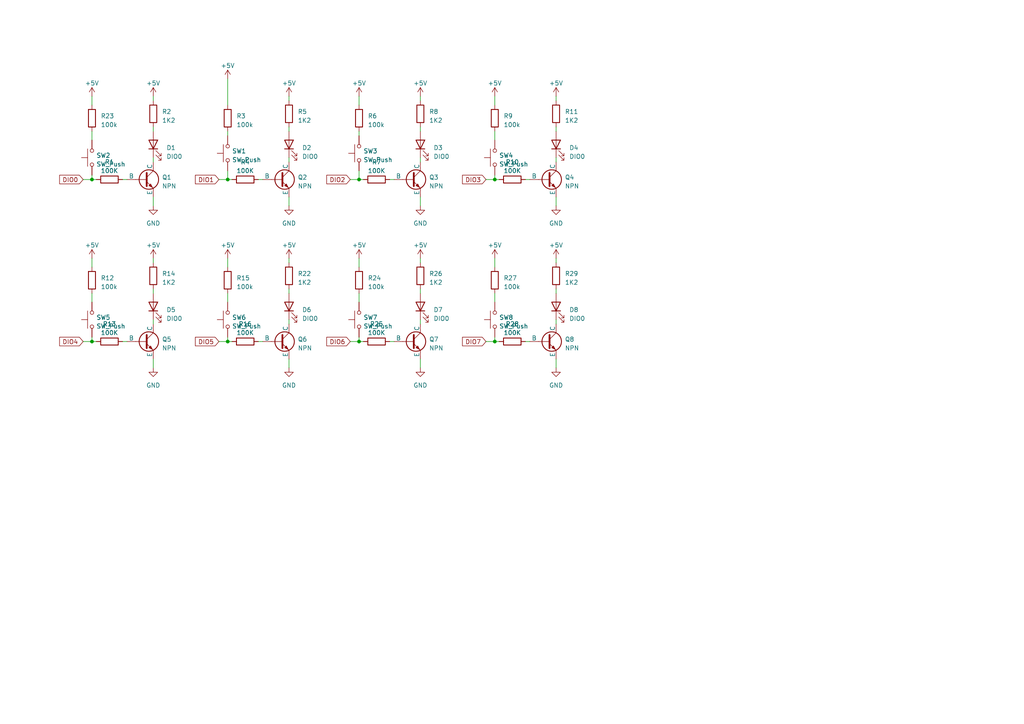
<source format=kicad_sch>
(kicad_sch (version 20231120) (generator "eeschema") (generator_version "8.0")
  (paper "A4")
  (lib_symbols
    (symbol "Device:LED" (pin_numbers hide) (pin_names (offset 1.016) hide)
      (property "Reference" "D" (at 0 2.54 0))
      (property "Value" "LED" (at 0 -2.54 0))
      (symbol "LED_0_1"
        (polyline (pts (xy -1.27 -1.27) (xy -1.27 1.27)) (stroke (width 0.254)))
        (polyline (pts (xy -1.27 0) (xy 1.27 0)))
        (polyline (pts (xy 1.27 -1.27) (xy 1.27 1.27) (xy -1.27 0) (xy 1.27 -1.27)) (stroke (width 0.254)))
        (polyline (pts (xy -3.048 -0.762) (xy -4.572 -2.286) (xy -3.81 -2.286) (xy -4.572 -2.286) (xy -4.572 -1.524)))
        (polyline (pts (xy -1.778 -0.762) (xy -3.302 -2.286) (xy -2.54 -2.286) (xy -3.302 -2.286) (xy -3.302 -1.524)))
      )
      (symbol "LED_1_1"
        (pin passive line (at -3.81 0 0) (length 2.54) (name "K") (number "1"))
        (pin passive line (at 3.81 0 180) (length 2.54) (name "A") (number "2"))
      )
    )
    (symbol "Device:R" (pin_numbers hide) (pin_names (offset 0))
      (property "Reference" "R" (at 2.032 0 90))
      (property "Value" "R" (at 0 0 90))
      (symbol "R_0_1"
        (rectangle (start -1.016 -2.54) (end 1.016 2.54) (stroke (width 0.254)))
      )
      (symbol "R_1_1"
        (pin passive line (at 0 3.81 270) (length 1.27) (name "~") (number "1"))
        (pin passive line (at 0 -3.81 90) (length 1.27) (name "~") (number "2"))
      )
    )
    (symbol "Simulation_SPICE:NPN" (pin_numbers hide) (pin_names (offset 0))
      (property "Reference" "Q" (at -2.54 7.62 0))
      (property "Value" "NPN" (at -2.54 5.08 0))
      (symbol "NPN_0_1"
        (polyline (pts (xy -2.54 0) (xy 0.635 0)) (stroke (width 0.1524)))
        (polyline (pts (xy 0.635 0.635) (xy 2.54 2.54)))
        (polyline (pts (xy 2.794 -1.27) (xy 2.794 -1.27)) (stroke (width 0.1524)))
        (polyline (pts (xy 2.794 -1.27) (xy 2.794 -1.27)) (stroke (width 0.1524)))
        (polyline (pts (xy 0.635 -0.635) (xy 2.54 -2.54) (xy 2.54 -2.54)))
        (polyline (pts (xy 0.635 1.905) (xy 0.635 -1.905) (xy 0.635 -1.905)) (stroke (width 0.508)))
        (polyline (pts (xy 1.27 -1.778) (xy 1.778 -1.27) (xy 2.286 -2.286) (xy 1.27 -1.778) (xy 1.27 -1.778)) (fill (type outline)))
        (circle (center 1.27 0) (radius 2.8194) (stroke (width 0.254)))
      )
      (symbol "NPN_1_1"
        (pin open_collector line (at 2.54 5.08 270) (length 2.54) (name "C") (number "1"))
        (pin input line (at -5.08 0 0) (length 2.54) (name "B") (number "2"))
        (pin open_emitter line (at 2.54 -5.08 90) (length 2.54) (name "E") (number "3"))
      )
    )
    (symbol "Switch:SW_Push" (pin_numbers hide) (pin_names (offset 1.016) hide)
      (property "Reference" "SW" (at 1.27 2.54 0))
      (property "Value" "SW_Push" (at 0 -1.524 0))
      (symbol "SW_Push_0_1"
        (circle (center -2.032 0) (radius 0.508))
        (polyline (pts (xy 0 1.27) (xy 0 3.048)))
        (polyline (pts (xy 2.54 1.27) (xy -2.54 1.27)))
        (circle (center 2.032 0) (radius 0.508))
        (pin passive line (at -5.08 0 0) (length 2.54) (name "1") (number "1"))
        (pin passive line (at 5.08 0 180) (length 2.54) (name "2") (number "2"))
      )
    )
    (symbol "power:+5V" (power) (pin_names (offset 0))
      (property "Value" "+5V" (at 0 3.556 0))
      (symbol "+5V_0_1"
        (polyline (pts (xy -0.762 1.27) (xy 0 2.54)))
        (polyline (pts (xy 0 0) (xy 0 2.54)))
        (polyline (pts (xy 0 2.54) (xy 0.762 1.27)))
      )
      (symbol "+5V_1_1"
        (pin power_in line (at 0 0 90) (length 0) hide (name "+5V") (number "1"))
      )
    )
    (symbol "power:GND" (power) (pin_names (offset 0))
      (property "Value" "GND" (at 0 -3.81 0))
      (symbol "GND_0_1"
        (polyline (pts (xy 0 0) (xy 0 -1.27) (xy 1.27 -1.27) (xy 0 -2.54) (xy -1.27 -1.27) (xy 0 -1.27)))
      )
      (symbol "GND_1_1"
        (pin power_in line (at 0 0 270) (length 0) hide (name "GND") (number "1"))
      )
    )
  )
  (junction (at 26.67 99.06))
  (junction (at 104.14 52.07))
  (junction (at 143.51 99.06))
  (junction (at 143.51 52.07))
  (junction (at 26.67 52.07))
  (junction (at 66.04 52.07))
  (junction (at 104.14 99.06))
  (junction (at 66.04 99.06))
  (wire (pts (xy 83.82 104.14) (xy 83.82 106.68)))
  (wire (pts (xy 66.04 39.37) (xy 66.04 38.1)))
  (wire (pts (xy 44.45 36.83) (xy 44.45 38.1)))
  (wire (pts (xy 161.29 45.72) (xy 161.29 46.99)))
  (wire (pts (xy 44.45 74.93) (xy 44.45 76.2)))
  (wire (pts (xy 24.13 99.06) (xy 26.67 99.06)))
  (wire (pts (xy 24.13 52.07) (xy 26.67 52.07)))
  (wire (pts (xy 74.93 52.07) (xy 76.2 52.07)))
  (wire (pts (xy 26.67 52.07) (xy 27.94 52.07)))
  (wire (pts (xy 161.29 104.14) (xy 161.29 106.68)))
  (wire (pts (xy 152.4 52.07) (xy 153.67 52.07)))
  (wire (pts (xy 104.14 74.93) (xy 104.14 77.47)))
  (wire (pts (xy 44.45 27.94) (xy 44.45 29.21)))
  (wire (pts (xy 161.29 36.83) (xy 161.29 38.1)))
  (wire (pts (xy 104.14 49.53) (xy 104.14 52.07)))
  (wire (pts (xy 161.29 27.94) (xy 161.29 29.21)))
  (wire (pts (xy 121.92 27.94) (xy 121.92 29.21)))
  (wire (pts (xy 161.29 83.82) (xy 161.29 85.09)))
  (wire (pts (xy 63.5 99.06) (xy 66.04 99.06)))
  (wire (pts (xy 66.04 99.06) (xy 67.31 99.06)))
  (wire (pts (xy 104.14 38.1) (xy 104.14 39.37)))
  (wire (pts (xy 83.82 27.94) (xy 83.82 29.21)))
  (wire (pts (xy 104.14 52.07) (xy 105.41 52.07)))
  (wire (pts (xy 26.67 74.93) (xy 26.67 77.47)))
  (wire (pts (xy 143.51 50.8) (xy 143.51 52.07)))
  (wire (pts (xy 83.82 45.72) (xy 83.82 46.99)))
  (wire (pts (xy 121.92 57.15) (xy 121.92 59.69)))
  (wire (pts (xy 66.04 85.09) (xy 66.04 87.63)))
  (wire (pts (xy 104.14 99.06) (xy 105.41 99.06)))
  (wire (pts (xy 121.92 36.83) (xy 121.92 38.1)))
  (wire (pts (xy 35.56 52.07) (xy 36.83 52.07)))
  (wire (pts (xy 26.67 38.1) (xy 26.67 40.64)))
  (wire (pts (xy 140.97 52.07) (xy 143.51 52.07)))
  (wire (pts (xy 140.97 99.06) (xy 143.51 99.06)))
  (wire (pts (xy 143.51 38.1) (xy 143.51 40.64)))
  (wire (pts (xy 83.82 92.71) (xy 83.82 93.98)))
  (wire (pts (xy 104.14 85.09) (xy 104.14 87.63)))
  (wire (pts (xy 66.04 22.86) (xy 66.04 30.48)))
  (wire (pts (xy 83.82 36.83) (xy 83.82 38.1)))
  (wire (pts (xy 83.82 57.15) (xy 83.82 59.69)))
  (wire (pts (xy 152.4 99.06) (xy 153.67 99.06)))
  (wire (pts (xy 63.5 52.07) (xy 66.04 52.07)))
  (wire (pts (xy 121.92 45.72) (xy 121.92 46.99)))
  (wire (pts (xy 143.51 99.06) (xy 144.78 99.06)))
  (wire (pts (xy 35.56 99.06) (xy 36.83 99.06)))
  (wire (pts (xy 121.92 104.14) (xy 121.92 106.68)))
  (wire (pts (xy 83.82 74.93) (xy 83.82 76.2)))
  (wire (pts (xy 26.67 97.79) (xy 26.67 99.06)))
  (wire (pts (xy 101.6 99.06) (xy 104.14 99.06)))
  (wire (pts (xy 143.51 97.79) (xy 143.51 99.06)))
  (wire (pts (xy 161.29 74.93) (xy 161.29 76.2)))
  (wire (pts (xy 104.14 27.94) (xy 104.14 30.48)))
  (wire (pts (xy 66.04 49.53) (xy 66.04 52.07)))
  (wire (pts (xy 26.67 50.8) (xy 26.67 52.07)))
  (wire (pts (xy 161.29 57.15) (xy 161.29 59.69)))
  (wire (pts (xy 143.51 52.07) (xy 144.78 52.07)))
  (wire (pts (xy 74.93 99.06) (xy 76.2 99.06)))
  (wire (pts (xy 44.45 92.71) (xy 44.45 93.98)))
  (wire (pts (xy 113.03 99.06) (xy 114.3 99.06)))
  (wire (pts (xy 44.45 104.14) (xy 44.45 106.68)))
  (wire (pts (xy 143.51 27.94) (xy 143.51 30.48)))
  (wire (pts (xy 26.67 85.09) (xy 26.67 87.63)))
  (wire (pts (xy 66.04 52.07) (xy 67.31 52.07)))
  (wire (pts (xy 143.51 85.09) (xy 143.51 87.63)))
  (wire (pts (xy 44.45 45.72) (xy 44.45 46.99)))
  (wire (pts (xy 26.67 27.94) (xy 26.67 30.48)))
  (wire (pts (xy 66.04 97.79) (xy 66.04 99.06)))
  (wire (pts (xy 161.29 92.71) (xy 161.29 93.98)))
  (wire (pts (xy 83.82 83.82) (xy 83.82 85.09)))
  (wire (pts (xy 113.03 52.07) (xy 114.3 52.07)))
  (wire (pts (xy 66.04 74.93) (xy 66.04 77.47)))
  (wire (pts (xy 104.14 97.79) (xy 104.14 99.06)))
  (wire (pts (xy 121.92 83.82) (xy 121.92 85.09)))
  (wire (pts (xy 44.45 83.82) (xy 44.45 85.09)))
  (wire (pts (xy 121.92 92.71) (xy 121.92 93.98)))
  (wire (pts (xy 44.45 57.15) (xy 44.45 59.69)))
  (wire (pts (xy 26.67 99.06) (xy 27.94 99.06)))
  (wire (pts (xy 101.6 52.07) (xy 104.14 52.07)))
  (wire (pts (xy 143.51 74.93) (xy 143.51 77.47)))
  (wire (pts (xy 121.92 74.93) (xy 121.92 76.2)))
  (global_label "DIO6" (shape input) (at 101.6 99.06 180) (property "Intersheetrefs" "${INTERSHEET_REFS}" (effects (hide yes))))
  (global_label "DIO5" (shape input) (at 63.5 99.06 180) (property "Intersheetrefs" "${INTERSHEET_REFS}" (effects (hide yes))))
  (global_label "DIO3" (shape input) (at 140.97 52.07 180) (property "Intersheetrefs" "${INTERSHEET_REFS}" (effects (hide yes))))
  (global_label "DIO0" (shape input) (at 24.13 52.07 180) (property "Intersheetrefs" "${INTERSHEET_REFS}" (effects (hide yes))))
  (global_label "DIO2" (shape input) (at 101.6 52.07 180) (property "Intersheetrefs" "${INTERSHEET_REFS}" (effects (hide yes))))
  (global_label "DIO1" (shape input) (at 63.5 52.07 180) (property "Intersheetrefs" "${INTERSHEET_REFS}" (effects (hide yes))))
  (global_label "DIO4" (shape input) (at 24.13 99.06 180) (property "Intersheetrefs" "${INTERSHEET_REFS}" (effects (hide yes))))
  (global_label "DIO7" (shape input) (at 140.97 99.06 180) (property "Intersheetrefs" "${INTERSHEET_REFS}" (effects (hide yes))))
  (symbol (lib_id "Device:LED") (at 83.82 41.91 90) (unit 1)
    (property "Reference" "D2" (at 87.63 42.8625 90) (effects (justify right)))
    (property "Value" "DIO0" (at 87.63 45.4025 90) (effects (justify right)))
    (property "Footprint" "LED_SMD:LED_0805_2012Metric" (effects (hide yes)))
  )
  (symbol (lib_id "Device:R") (at 148.59 99.06 270) (unit 1)
    (property "Reference" "R28" (at 148.59 93.98 90))
    (property "Value" "100K" (at 148.59 96.52 90))
    (property "Footprint" "Resistor_SMD:R_0603_1608Metric" (effects (hide yes)))
  )
  (symbol (lib_id "power:GND") (at 44.45 106.68 0) (mirror y) (unit 1)
    (property "Reference" "#PWR03" (effects (hide yes)))
    (property "Value" "GND" (at 44.45 111.76 0))
    (instances (project "MainPowerBoard" (path "" (reference "#PWR03") (unit 1))) (project "distributionPCB" (path "" (reference "#PWR028") (unit 1))))
  )
  (symbol (lib_id "Device:R") (at 109.22 52.07 270) (unit 1)
    (property "Reference" "R7" (at 109.22 46.99 90))
    (property "Value" "100K" (at 109.22 49.53 90))
    (property "Footprint" "Resistor_SMD:R_0603_1608Metric" (effects (hide yes)))
  )
  (symbol (lib_id "power:+5V") (at 104.14 27.94 0) (mirror y) (unit 1)
    (property "Reference" "#PWR02" (effects (hide yes)))
    (property "Value" "+5V" (at 104.14 24.13 0))
    (instances (project "MainPowerBoard" (path "" (reference "#PWR02") (unit 1))) (project "distributionPCB" (path "" (reference "#PWR020") (unit 1))))
  )
  (symbol (lib_id "Switch:SW_Push") (at 143.51 92.71 90) (unit 1)
    (property "Reference" "SW8" (at 144.78 92.075 90) (effects (justify right)))
    (property "Value" "SW_Push" (at 144.78 94.615 90) (effects (justify right)))
    (property "Footprint" "Button_Switch_SMD:SW_SPST_SKQG_WithStem" (effects (hide yes)))
  )
  (symbol (lib_id "Device:R") (at 71.12 99.06 270) (unit 1)
    (property "Reference" "R16" (at 71.12 93.98 90))
    (property "Value" "100K" (at 71.12 96.52 90))
    (property "Footprint" "Resistor_SMD:R_0603_1608Metric" (effects (hide yes)))
  )
  (symbol (lib_id "Device:LED") (at 83.82 88.9 90) (unit 1)
    (property "Reference" "D6" (at 87.63 89.8525 90) (effects (justify right)))
    (property "Value" "DIO0" (at 87.63 92.3925 90) (effects (justify right)))
    (property "Footprint" "LED_SMD:LED_0805_2012Metric" (effects (hide yes)))
  )
  (symbol (lib_id "power:+5V") (at 83.82 74.93 0) (mirror y) (unit 1)
    (property "Reference" "#PWR02" (effects (hide yes)))
    (property "Value" "+5V" (at 83.82 71.12 0))
    (instances (project "MainPowerBoard" (path "" (reference "#PWR02") (unit 1))) (project "distributionPCB" (path "" (reference "#PWR030") (unit 1))))
  )
  (symbol (lib_id "Simulation_SPICE:NPN") (at 41.91 99.06 0) (unit 1)
    (property "Reference" "Q5" (at 46.99 98.425 0) (effects (justify left)))
    (property "Value" "NPN" (at 46.99 100.965 0) (effects (justify left)))
    (property "Footprint" "Package_TO_SOT_SMD:TSOT-23" (effects (hide yes)))
    (property "Sim.Device" "NPN" (effects (hide yes)))
    (property "Sim.Type" "GUMMELPOON" (effects (hide yes)))
    (property "Sim.Pins" "1=C 2=B 3=E" (effects (hide yes)))
  )
  (symbol (lib_id "Device:R") (at 44.45 80.01 180) (unit 1)
    (property "Reference" "R14" (at 46.99 79.375 0) (effects (justify right)))
    (property "Value" "1K2" (at 46.99 81.915 0) (effects (justify right)))
    (property "Footprint" "Resistor_SMD:R_0603_1608Metric" (effects (hide yes)))
  )
  (symbol (lib_id "Device:R") (at 104.14 34.29 0) (unit 1)
    (property "Reference" "R6" (at 106.68 33.655 0) (effects (justify left)))
    (property "Value" "100k" (at 106.68 36.195 0) (effects (justify left)))
    (property "Footprint" "Resistor_SMD:R_0603_1608Metric" (effects (hide yes)))
  )
  (symbol (lib_id "Simulation_SPICE:NPN") (at 41.91 52.07 0) (unit 1)
    (property "Reference" "Q1" (at 46.99 51.435 0) (effects (justify left)))
    (property "Value" "NPN" (at 46.99 53.975 0) (effects (justify left)))
    (property "Footprint" "Package_TO_SOT_SMD:TSOT-23" (effects (hide yes)))
    (property "Sim.Device" "NPN" (effects (hide yes)))
    (property "Sim.Type" "GUMMELPOON" (effects (hide yes)))
    (property "Sim.Pins" "1=C 2=B 3=E" (effects (hide yes)))
  )
  (symbol (lib_id "Switch:SW_Push") (at 143.51 45.72 90) (unit 1)
    (property "Reference" "SW4" (at 144.78 45.085 90) (effects (justify right)))
    (property "Value" "SW_Push" (at 144.78 47.625 90) (effects (justify right)))
    (property "Footprint" "Button_Switch_SMD:SW_SPST_SKQG_WithStem" (effects (hide yes)))
  )
  (symbol (lib_id "power:+5V") (at 104.14 74.93 0) (mirror y) (unit 1)
    (property "Reference" "#PWR02" (effects (hide yes)))
    (property "Value" "+5V" (at 104.14 71.12 0))
    (instances (project "MainPowerBoard" (path "" (reference "#PWR02") (unit 1))) (project "distributionPCB" (path "" (reference "#PWR034") (unit 1))))
  )
  (symbol (lib_id "power:+5V") (at 143.51 27.94 0) (mirror y) (unit 1)
    (property "Reference" "#PWR02" (effects (hide yes)))
    (property "Value" "+5V" (at 143.51 24.13 0))
    (instances (project "MainPowerBoard" (path "" (reference "#PWR02") (unit 1))) (project "distributionPCB" (path "" (reference "#PWR023") (unit 1))))
  )
  (symbol (lib_id "Simulation_SPICE:NPN") (at 119.38 99.06 0) (unit 1)
    (property "Reference" "Q7" (at 124.46 98.425 0) (effects (justify left)))
    (property "Value" "NPN" (at 124.46 100.965 0) (effects (justify left)))
    (property "Footprint" "Package_TO_SOT_SMD:TSOT-23" (effects (hide yes)))
    (property "Sim.Device" "NPN" (effects (hide yes)))
    (property "Sim.Type" "GUMMELPOON" (effects (hide yes)))
    (property "Sim.Pins" "1=C 2=B 3=E" (effects (hide yes)))
  )
  (symbol (lib_id "Switch:SW_Push") (at 104.14 44.45 90) (unit 1)
    (property "Reference" "SW3" (at 105.41 43.815 90) (effects (justify right)))
    (property "Value" "SW_Push" (at 105.41 46.355 90) (effects (justify right)))
    (property "Footprint" "Button_Switch_SMD:SW_SPST_SKQG_WithStem" (effects (hide yes)))
  )
  (symbol (lib_id "Device:R") (at 71.12 52.07 270) (unit 1)
    (property "Reference" "R4" (at 71.12 46.99 90))
    (property "Value" "100K" (at 71.12 49.53 90))
    (property "Footprint" "Resistor_SMD:R_0603_1608Metric" (effects (hide yes)))
  )
  (symbol (lib_id "Device:R") (at 31.75 99.06 270) (unit 1)
    (property "Reference" "R13" (at 31.75 93.98 90))
    (property "Value" "100K" (at 31.75 96.52 90))
    (property "Footprint" "Resistor_SMD:R_0603_1608Metric" (effects (hide yes)))
  )
  (symbol (lib_id "Device:LED") (at 121.92 88.9 90) (unit 1)
    (property "Reference" "D7" (at 125.73 89.8525 90) (effects (justify right)))
    (property "Value" "DIO0" (at 125.73 92.3925 90) (effects (justify right)))
    (property "Footprint" "LED_SMD:LED_0805_2012Metric" (effects (hide yes)))
  )
  (symbol (lib_id "power:+5V") (at 66.04 22.86 0) (mirror y) (unit 1)
    (property "Reference" "#PWR02" (effects (hide yes)))
    (property "Value" "+5V" (at 66.04 19.05 0))
    (instances (project "MainPowerBoard" (path "" (reference "#PWR02") (unit 1))) (project "distributionPCB" (path "" (reference "#PWR017") (unit 1))))
  )
  (symbol (lib_id "power:+5V") (at 44.45 27.94 0) (mirror y) (unit 1)
    (property "Reference" "#PWR02" (effects (hide yes)))
    (property "Value" "+5V" (at 44.45 24.13 0))
    (instances (project "MainPowerBoard" (path "" (reference "#PWR02") (unit 1))) (project "distributionPCB" (path "" (reference "#PWR07") (unit 1))))
  )
  (symbol (lib_id "power:GND") (at 121.92 59.69 0) (mirror y) (unit 1)
    (property "Reference" "#PWR03" (effects (hide yes)))
    (property "Value" "GND" (at 121.92 64.77 0))
    (instances (project "MainPowerBoard" (path "" (reference "#PWR03") (unit 1))) (project "distributionPCB" (path "" (reference "#PWR022") (unit 1))))
  )
  (symbol (lib_id "Switch:SW_Push") (at 66.04 92.71 90) (unit 1)
    (property "Reference" "SW6" (at 67.31 92.075 90) (effects (justify right)))
    (property "Value" "SW_Push" (at 67.31 94.615 90) (effects (justify right)))
    (property "Footprint" "Button_Switch_SMD:SW_SPST_SKQG_WithStem" (effects (hide yes)))
  )
  (symbol (lib_id "Switch:SW_Push") (at 26.67 45.72 90) (unit 1)
    (property "Reference" "SW2" (at 27.94 45.085 90) (effects (justify right)))
    (property "Value" "SW_Push" (at 27.94 47.625 90) (effects (justify right)))
    (property "Footprint" "Button_Switch_SMD:SW_SPST_SKQG_WithStem" (effects (hide yes)))
  )
  (symbol (lib_id "power:+5V") (at 161.29 74.93 0) (mirror y) (unit 1)
    (property "Reference" "#PWR02" (effects (hide yes)))
    (property "Value" "+5V" (at 161.29 71.12 0))
    (instances (project "MainPowerBoard" (path "" (reference "#PWR02") (unit 1))) (project "distributionPCB" (path "" (reference "#PWR038") (unit 1))))
  )
  (symbol (lib_id "power:+5V") (at 121.92 74.93 0) (mirror y) (unit 1)
    (property "Reference" "#PWR02" (effects (hide yes)))
    (property "Value" "+5V" (at 121.92 71.12 0))
    (instances (project "MainPowerBoard" (path "" (reference "#PWR02") (unit 1))) (project "distributionPCB" (path "" (reference "#PWR035") (unit 1))))
  )
  (symbol (lib_id "power:GND") (at 121.92 106.68 0) (mirror y) (unit 1)
    (property "Reference" "#PWR03" (effects (hide yes)))
    (property "Value" "GND" (at 121.92 111.76 0))
    (instances (project "MainPowerBoard" (path "" (reference "#PWR03") (unit 1))) (project "distributionPCB" (path "" (reference "#PWR036") (unit 1))))
  )
  (symbol (lib_id "power:+5V") (at 83.82 27.94 0) (mirror y) (unit 1)
    (property "Reference" "#PWR02" (effects (hide yes)))
    (property "Value" "+5V" (at 83.82 24.13 0))
    (instances (project "MainPowerBoard" (path "" (reference "#PWR02") (unit 1))) (project "distributionPCB" (path "" (reference "#PWR018") (unit 1))))
  )
  (symbol (lib_id "Simulation_SPICE:NPN") (at 158.75 52.07 0) (unit 1)
    (property "Reference" "Q4" (at 163.83 51.435 0) (effects (justify left)))
    (property "Value" "NPN" (at 163.83 53.975 0) (effects (justify left)))
    (property "Footprint" "Package_TO_SOT_SMD:TSOT-23" (effects (hide yes)))
    (property "Sim.Device" "NPN" (effects (hide yes)))
    (property "Sim.Type" "GUMMELPOON" (effects (hide yes)))
    (property "Sim.Pins" "1=C 2=B 3=E" (effects (hide yes)))
  )
  (symbol (lib_id "Device:R") (at 143.51 34.29 0) (unit 1)
    (property "Reference" "R9" (at 146.05 33.655 0) (effects (justify left)))
    (property "Value" "100k" (at 146.05 36.195 0) (effects (justify left)))
    (property "Footprint" "Resistor_SMD:R_0603_1608Metric" (effects (hide yes)))
  )
  (symbol (lib_id "Device:R") (at 143.51 81.28 0) (unit 1)
    (property "Reference" "R27" (at 146.05 80.645 0) (effects (justify left)))
    (property "Value" "100k" (at 146.05 83.185 0) (effects (justify left)))
    (property "Footprint" "Resistor_SMD:R_0603_1608Metric" (effects (hide yes)))
  )
  (symbol (lib_id "power:GND") (at 83.82 106.68 0) (mirror y) (unit 1)
    (property "Reference" "#PWR03" (effects (hide yes)))
    (property "Value" "GND" (at 83.82 111.76 0))
    (instances (project "MainPowerBoard" (path "" (reference "#PWR03") (unit 1))) (project "distributionPCB" (path "" (reference "#PWR032") (unit 1))))
  )
  (symbol (lib_id "Simulation_SPICE:NPN") (at 119.38 52.07 0) (unit 1)
    (property "Reference" "Q3" (at 124.46 51.435 0) (effects (justify left)))
    (property "Value" "NPN" (at 124.46 53.975 0) (effects (justify left)))
    (property "Footprint" "Package_TO_SOT_SMD:TSOT-23" (effects (hide yes)))
    (property "Sim.Device" "NPN" (effects (hide yes)))
    (property "Sim.Type" "GUMMELPOON" (effects (hide yes)))
    (property "Sim.Pins" "1=C 2=B 3=E" (effects (hide yes)))
  )
  (symbol (lib_id "Device:R") (at 104.14 81.28 0) (unit 1)
    (property "Reference" "R24" (at 106.68 80.645 0) (effects (justify left)))
    (property "Value" "100k" (at 106.68 83.185 0) (effects (justify left)))
    (property "Footprint" "Resistor_SMD:R_0603_1608Metric" (effects (hide yes)))
  )
  (symbol (lib_id "Device:R") (at 109.22 99.06 270) (unit 1)
    (property "Reference" "R25" (at 109.22 93.98 90))
    (property "Value" "100K" (at 109.22 96.52 90))
    (property "Footprint" "Resistor_SMD:R_0603_1608Metric" (effects (hide yes)))
  )
  (symbol (lib_id "power:GND") (at 83.82 59.69 0) (mirror y) (unit 1)
    (property "Reference" "#PWR03" (effects (hide yes)))
    (property "Value" "GND" (at 83.82 64.77 0))
    (instances (project "MainPowerBoard" (path "" (reference "#PWR03") (unit 1))) (project "distributionPCB" (path "" (reference "#PWR019") (unit 1))))
  )
  (symbol (lib_id "power:GND") (at 161.29 106.68 0) (mirror y) (unit 1)
    (property "Reference" "#PWR03" (effects (hide yes)))
    (property "Value" "GND" (at 161.29 111.76 0))
    (instances (project "MainPowerBoard" (path "" (reference "#PWR03") (unit 1))) (project "distributionPCB" (path "" (reference "#PWR039") (unit 1))))
  )
  (symbol (lib_id "Device:LED") (at 161.29 88.9 90) (unit 1)
    (property "Reference" "D8" (at 165.1 89.8525 90) (effects (justify right)))
    (property "Value" "DIO0" (at 165.1 92.3925 90) (effects (justify right)))
    (property "Footprint" "LED_SMD:LED_0805_2012Metric" (effects (hide yes)))
  )
  (symbol (lib_id "Switch:SW_Push") (at 26.67 92.71 90) (unit 1)
    (property "Reference" "SW5" (at 27.94 92.075 90) (effects (justify right)))
    (property "Value" "SW_Push" (at 27.94 94.615 90) (effects (justify right)))
    (property "Footprint" "Button_Switch_SMD:SW_SPST_SKQG_WithStem" (effects (hide yes)))
  )
  (symbol (lib_id "power:GND") (at 161.29 59.69 0) (mirror y) (unit 1)
    (property "Reference" "#PWR03" (effects (hide yes)))
    (property "Value" "GND" (at 161.29 64.77 0))
    (instances (project "MainPowerBoard" (path "" (reference "#PWR03") (unit 1))) (project "distributionPCB" (path "" (reference "#PWR025") (unit 1))))
  )
  (symbol (lib_id "Device:R") (at 83.82 80.01 180) (unit 1)
    (property "Reference" "R22" (at 86.36 79.375 0) (effects (justify right)))
    (property "Value" "1K2" (at 86.36 81.915 0) (effects (justify right)))
    (property "Footprint" "Resistor_SMD:R_0603_1608Metric" (effects (hide yes)))
  )
  (symbol (lib_id "Device:R") (at 161.29 80.01 180) (unit 1)
    (property "Reference" "R29" (at 163.83 79.375 0) (effects (justify right)))
    (property "Value" "1K2" (at 163.83 81.915 0) (effects (justify right)))
    (property "Footprint" "Resistor_SMD:R_0603_1608Metric" (effects (hide yes)))
  )
  (symbol (lib_id "Device:LED") (at 161.29 41.91 90) (unit 1)
    (property "Reference" "D4" (at 165.1 42.8625 90) (effects (justify right)))
    (property "Value" "DIO0" (at 165.1 45.4025 90) (effects (justify right)))
    (property "Footprint" "LED_SMD:LED_0805_2012Metric" (effects (hide yes)))
  )
  (symbol (lib_id "Device:R") (at 121.92 33.02 180) (unit 1)
    (property "Reference" "R8" (at 124.46 32.385 0) (effects (justify right)))
    (property "Value" "1K2" (at 124.46 34.925 0) (effects (justify right)))
    (property "Footprint" "Resistor_SMD:R_0603_1608Metric" (effects (hide yes)))
  )
  (symbol (lib_id "Device:R") (at 66.04 34.29 0) (unit 1)
    (property "Reference" "R3" (at 68.58 33.655 0) (effects (justify left)))
    (property "Value" "100k" (at 68.58 36.195 0) (effects (justify left)))
    (property "Footprint" "Resistor_SMD:R_0603_1608Metric" (effects (hide yes)))
  )
  (symbol (lib_id "Device:R") (at 26.67 34.29 0) (unit 1)
    (property "Reference" "R23" (at 29.21 33.655 0) (effects (justify left)))
    (property "Value" "100k" (at 29.21 36.195 0) (effects (justify left)))
    (property "Footprint" "Resistor_SMD:R_0603_1608Metric" (effects (hide yes)))
  )
  (symbol (lib_id "power:+5V") (at 26.67 74.93 0) (mirror y) (unit 1)
    (property "Reference" "#PWR02" (effects (hide yes)))
    (property "Value" "+5V" (at 26.67 71.12 0))
    (instances (project "MainPowerBoard" (path "" (reference "#PWR02") (unit 1))) (project "distributionPCB" (path "" (reference "#PWR026") (unit 1))))
  )
  (symbol (lib_id "Device:R") (at 66.04 81.28 0) (unit 1)
    (property "Reference" "R15" (at 68.58 80.645 0) (effects (justify left)))
    (property "Value" "100k" (at 68.58 83.185 0) (effects (justify left)))
    (property "Footprint" "Resistor_SMD:R_0603_1608Metric" (effects (hide yes)))
  )
  (symbol (lib_id "power:+5V") (at 143.51 74.93 0) (mirror y) (unit 1)
    (property "Reference" "#PWR02" (effects (hide yes)))
    (property "Value" "+5V" (at 143.51 71.12 0))
    (instances (project "MainPowerBoard" (path "" (reference "#PWR02") (unit 1))) (project "distributionPCB" (path "" (reference "#PWR037") (unit 1))))
  )
  (symbol (lib_id "power:+5V") (at 26.67 27.94 0) (mirror y) (unit 1)
    (property "Reference" "#PWR02" (effects (hide yes)))
    (property "Value" "+5V" (at 26.67 24.13 0))
    (instances (project "MainPowerBoard" (path "" (reference "#PWR02") (unit 1))) (project "distributionPCB" (path "" (reference "#PWR033") (unit 1))))
  )
  (symbol (lib_id "Device:R") (at 31.75 52.07 270) (unit 1)
    (property "Reference" "R1" (at 31.75 46.99 90))
    (property "Value" "100K" (at 31.75 49.53 90))
    (property "Footprint" "Resistor_SMD:R_0603_1608Metric" (effects (hide yes)))
  )
  (symbol (lib_id "Simulation_SPICE:NPN") (at 81.28 52.07 0) (unit 1)
    (property "Reference" "Q2" (at 86.36 51.435 0) (effects (justify left)))
    (property "Value" "NPN" (at 86.36 53.975 0) (effects (justify left)))
    (property "Footprint" "Package_TO_SOT_SMD:TSOT-23" (effects (hide yes)))
    (property "Sim.Device" "NPN" (effects (hide yes)))
    (property "Sim.Type" "GUMMELPOON" (effects (hide yes)))
    (property "Sim.Pins" "1=C 2=B 3=E" (effects (hide yes)))
  )
  (symbol (lib_id "Device:R") (at 44.45 33.02 180) (unit 1)
    (property "Reference" "R2" (at 46.99 32.385 0) (effects (justify right)))
    (property "Value" "1K2" (at 46.99 34.925 0) (effects (justify right)))
    (property "Footprint" "Resistor_SMD:R_0603_1608Metric" (effects (hide yes)))
  )
  (symbol (lib_id "power:+5V") (at 66.04 74.93 0) (mirror y) (unit 1)
    (property "Reference" "#PWR02" (effects (hide yes)))
    (property "Value" "+5V" (at 66.04 71.12 0))
    (instances (project "MainPowerBoard" (path "" (reference "#PWR02") (unit 1))) (project "distributionPCB" (path "" (reference "#PWR029") (unit 1))))
  )
  (symbol (lib_id "power:+5V") (at 121.92 27.94 0) (mirror y) (unit 1)
    (property "Reference" "#PWR02" (effects (hide yes)))
    (property "Value" "+5V" (at 121.92 24.13 0))
    (instances (project "MainPowerBoard" (path "" (reference "#PWR02") (unit 1))) (project "distributionPCB" (path "" (reference "#PWR021") (unit 1))))
  )
  (symbol (lib_id "Device:R") (at 161.29 33.02 180) (unit 1)
    (property "Reference" "R11" (at 163.83 32.385 0) (effects (justify right)))
    (property "Value" "1K2" (at 163.83 34.925 0) (effects (justify right)))
    (property "Footprint" "Resistor_SMD:R_0603_1608Metric" (effects (hide yes)))
  )
  (symbol (lib_id "Switch:SW_Push") (at 104.14 92.71 90) (unit 1)
    (property "Reference" "SW7" (at 105.41 92.075 90) (effects (justify right)))
    (property "Value" "SW_Push" (at 105.41 94.615 90) (effects (justify right)))
    (property "Footprint" "Button_Switch_SMD:SW_SPST_SKQG_WithStem" (effects (hide yes)))
  )
  (symbol (lib_id "Switch:SW_Push") (at 66.04 44.45 90) (unit 1)
    (property "Reference" "SW1" (at 67.31 43.815 90) (effects (justify right)))
    (property "Value" "SW_Push" (at 67.31 46.355 90) (effects (justify right)))
    (property "Footprint" "Button_Switch_SMD:SW_SPST_SKQG_WithStem" (effects (hide yes)))
  )
  (symbol (lib_id "power:+5V") (at 161.29 27.94 0) (mirror y) (unit 1)
    (property "Reference" "#PWR02" (effects (hide yes)))
    (property "Value" "+5V" (at 161.29 24.13 0))
    (instances (project "MainPowerBoard" (path "" (reference "#PWR02") (unit 1))) (project "distributionPCB" (path "" (reference "#PWR024") (unit 1))))
  )
  (symbol (lib_id "Device:R") (at 26.67 81.28 0) (unit 1)
    (property "Reference" "R12" (at 29.21 80.645 0) (effects (justify left)))
    (property "Value" "100k" (at 29.21 83.185 0) (effects (justify left)))
    (property "Footprint" "Resistor_SMD:R_0603_1608Metric" (effects (hide yes)))
  )
  (symbol (lib_id "Simulation_SPICE:NPN") (at 81.28 99.06 0) (unit 1)
    (property "Reference" "Q6" (at 86.36 98.425 0) (effects (justify left)))
    (property "Value" "NPN" (at 86.36 100.965 0) (effects (justify left)))
    (property "Footprint" "Package_TO_SOT_SMD:TSOT-23" (effects (hide yes)))
    (property "Sim.Device" "NPN" (effects (hide yes)))
    (property "Sim.Type" "GUMMELPOON" (effects (hide yes)))
    (property "Sim.Pins" "1=C 2=B 3=E" (effects (hide yes)))
  )
  (symbol (lib_id "power:GND") (at 44.45 59.69 0) (mirror y) (unit 1)
    (property "Reference" "#PWR03" (effects (hide yes)))
    (property "Value" "GND" (at 44.45 64.77 0))
    (instances (project "MainPowerBoard" (path "" (reference "#PWR03") (unit 1))) (project "distributionPCB" (path "" (reference "#PWR08") (unit 1))))
  )
  (symbol (lib_id "Device:R") (at 121.92 80.01 180) (unit 1)
    (property "Reference" "R26" (at 124.46 79.375 0) (effects (justify right)))
    (property "Value" "1K2" (at 124.46 81.915 0) (effects (justify right)))
    (property "Footprint" "Resistor_SMD:R_0603_1608Metric" (effects (hide yes)))
  )
  (symbol (lib_id "Device:R") (at 83.82 33.02 180) (unit 1)
    (property "Reference" "R5" (at 86.36 32.385 0) (effects (justify right)))
    (property "Value" "1K2" (at 86.36 34.925 0) (effects (justify right)))
    (property "Footprint" "Resistor_SMD:R_0603_1608Metric" (effects (hide yes)))
  )
  (symbol (lib_id "Simulation_SPICE:NPN") (at 158.75 99.06 0) (unit 1)
    (property "Reference" "Q8" (at 163.83 98.425 0) (effects (justify left)))
    (property "Value" "NPN" (at 163.83 100.965 0) (effects (justify left)))
    (property "Footprint" "Package_TO_SOT_SMD:TSOT-23" (effects (hide yes)))
    (property "Sim.Device" "NPN" (effects (hide yes)))
    (property "Sim.Type" "GUMMELPOON" (effects (hide yes)))
    (property "Sim.Pins" "1=C 2=B 3=E" (effects (hide yes)))
  )
  (symbol (lib_id "Device:R") (at 148.59 52.07 270) (unit 1)
    (property "Reference" "R10" (at 148.59 46.99 90))
    (property "Value" "100K" (at 148.59 49.53 90))
    (property "Footprint" "Resistor_SMD:R_0603_1608Metric" (effects (hide yes)))
  )
  (symbol (lib_id "Device:LED") (at 44.45 41.91 90) (unit 1)
    (property "Reference" "D1" (at 48.26 42.8625 90) (effects (justify right)))
    (property "Value" "DIO0" (at 48.26 45.4025 90) (effects (justify right)))
    (property "Footprint" "LED_SMD:LED_0805_2012Metric" (effects (hide yes)))
  )
  (symbol (lib_id "power:+5V") (at 44.45 74.93 0) (mirror y) (unit 1)
    (property "Reference" "#PWR02" (effects (hide yes)))
    (property "Value" "+5V" (at 44.45 71.12 0))
    (instances (project "MainPowerBoard" (path "" (reference "#PWR02") (unit 1))) (project "distributionPCB" (path "" (reference "#PWR027") (unit 1))))
  )
  (symbol (lib_id "Device:LED") (at 121.92 41.91 90) (unit 1)
    (property "Reference" "D3" (at 125.73 42.8625 90) (effects (justify right)))
    (property "Value" "DIO0" (at 125.73 45.4025 90) (effects (justify right)))
    (property "Footprint" "LED_SMD:LED_0805_2012Metric" (effects (hide yes)))
  )
  (symbol (lib_id "Device:LED") (at 44.45 88.9 90) (unit 1)
    (property "Reference" "D5" (at 48.26 89.8525 90) (effects (justify right)))
    (property "Value" "DIO0" (at 48.26 92.3925 90) (effects (justify right)))
    (property "Footprint" "LED_SMD:LED_0805_2012Metric" (effects (hide yes)))
  )
)
</source>
